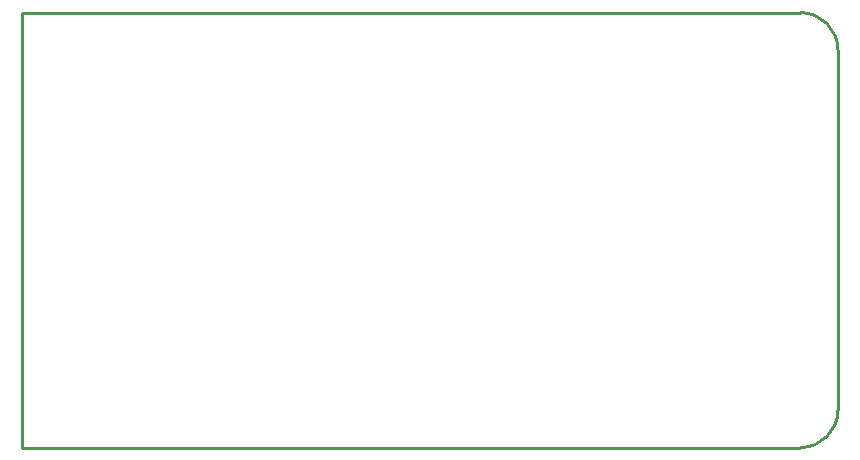
<source format=gbr>
G04 start of page 10 for group 7 layer_idx 4 *
G04 Title: (unknown), global_outline *
G04 Creator: pcb-rnd 2.1.0 *
G04 CreationDate: 2019-02-14 18:17:35 UTC *
G04 For:  *
G04 Format: Gerber/RS-274X *
G04 PCB-Dimensions: 500000 500000 *
G04 PCB-Coordinate-Origin: lower left *
%MOIN*%
%FSLAX25Y25*%
%LNOUTLINE*%
%ADD58C,0.0100*%
G54D58*X88000Y302500D02*Y157500D01*
X360000Y290000D02*Y170000D01*
X347500Y302500D02*X88000D01*
Y157500D02*X347500D01*
X360000Y290000D02*G75*G03X347500Y302500I-12500J0D01*G01*
Y157500D02*G75*G03X360000Y170000I0J12500D01*G01*
M02*

</source>
